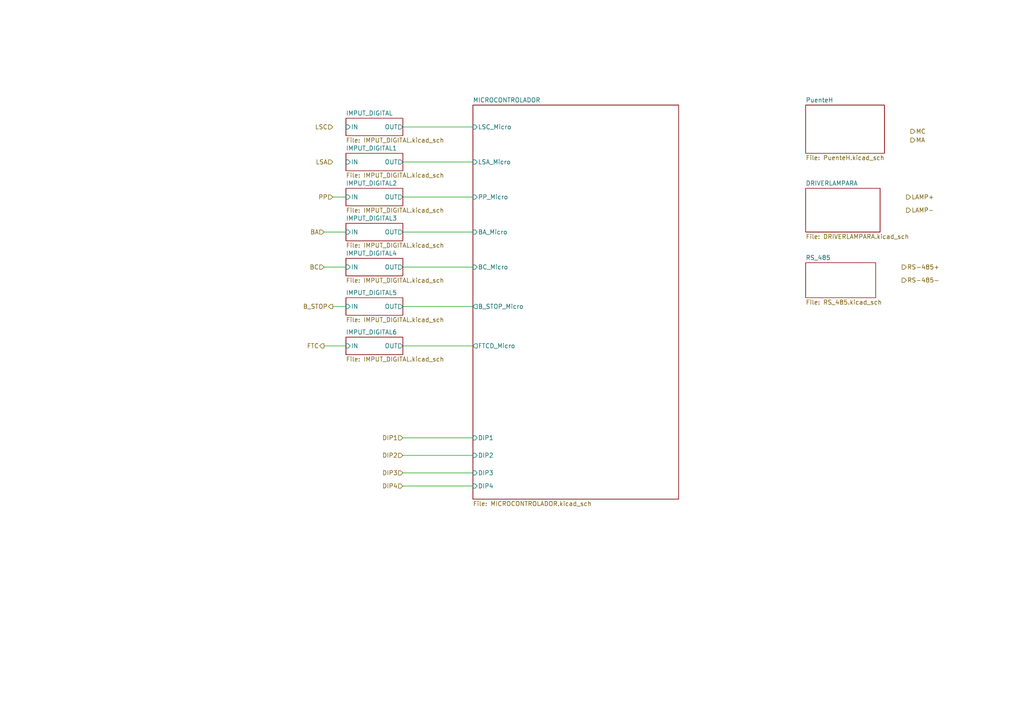
<source format=kicad_sch>
(kicad_sch
	(version 20250114)
	(generator "eeschema")
	(generator_version "9.0")
	(uuid "125be472-6ce1-47bb-a5ae-257a216a6d21")
	(paper "A4")
	(lib_symbols)
	(wire
		(pts
			(xy 116.84 140.97) (xy 137.16 140.97)
		)
		(stroke
			(width 0)
			(type default)
		)
		(uuid "082f1f22-574c-4537-844a-de7404266044")
	)
	(wire
		(pts
			(xy 116.84 57.15) (xy 137.16 57.15)
		)
		(stroke
			(width 0)
			(type default)
		)
		(uuid "3209dce7-7037-4eec-bd00-0b64e11cad3b")
	)
	(wire
		(pts
			(xy 116.84 127) (xy 137.16 127)
		)
		(stroke
			(width 0)
			(type default)
		)
		(uuid "4111cd65-9659-48f6-a699-f459c491517f")
	)
	(wire
		(pts
			(xy 116.84 132.08) (xy 137.16 132.08)
		)
		(stroke
			(width 0)
			(type default)
		)
		(uuid "636b5388-a337-4509-82d4-e647a82d316b")
	)
	(wire
		(pts
			(xy 96.52 88.9) (xy 100.33 88.9)
		)
		(stroke
			(width 0)
			(type default)
		)
		(uuid "69b34417-81b5-4f31-ab63-9e0bd46a95c9")
	)
	(wire
		(pts
			(xy 116.84 67.31) (xy 137.16 67.31)
		)
		(stroke
			(width 0)
			(type default)
		)
		(uuid "734d2886-f7ed-4f2a-9af1-4235cc861406")
	)
	(wire
		(pts
			(xy 116.84 36.83) (xy 137.16 36.83)
		)
		(stroke
			(width 0)
			(type default)
		)
		(uuid "818e7919-a546-47a3-992d-4396dd2347b8")
	)
	(wire
		(pts
			(xy 93.98 67.31) (xy 100.33 67.31)
		)
		(stroke
			(width 0)
			(type default)
		)
		(uuid "8a1412bc-446c-4306-8fc1-5e90c461a4d2")
	)
	(wire
		(pts
			(xy 93.98 100.33) (xy 100.33 100.33)
		)
		(stroke
			(width 0)
			(type default)
		)
		(uuid "a0c658cb-2b0f-463b-a648-7f7324b3ef0c")
	)
	(wire
		(pts
			(xy 116.84 46.99) (xy 137.16 46.99)
		)
		(stroke
			(width 0)
			(type default)
		)
		(uuid "a94c3b13-2882-46ba-90da-0785e45d1ee1")
	)
	(wire
		(pts
			(xy 116.84 137.16) (xy 137.16 137.16)
		)
		(stroke
			(width 0)
			(type default)
		)
		(uuid "b778a744-d2af-4773-a8fb-4d8d651011cc")
	)
	(wire
		(pts
			(xy 96.52 57.15) (xy 100.33 57.15)
		)
		(stroke
			(width 0)
			(type default)
		)
		(uuid "c8041a06-0ac0-4ae6-823a-bcfb3aad6ceb")
	)
	(wire
		(pts
			(xy 116.84 77.47) (xy 137.16 77.47)
		)
		(stroke
			(width 0)
			(type default)
		)
		(uuid "d014bf33-0ce5-45e3-8b54-ec7288fde951")
	)
	(wire
		(pts
			(xy 93.98 77.47) (xy 100.33 77.47)
		)
		(stroke
			(width 0)
			(type default)
		)
		(uuid "d33385fd-ddfe-433d-a99c-f17c2a809390")
	)
	(wire
		(pts
			(xy 116.84 100.33) (xy 137.16 100.33)
		)
		(stroke
			(width 0)
			(type default)
		)
		(uuid "d37871fd-7cd0-4a7b-9bd5-80e526de6a26")
	)
	(wire
		(pts
			(xy 116.84 88.9) (xy 137.16 88.9)
		)
		(stroke
			(width 0)
			(type default)
		)
		(uuid "f7f6f29b-2d80-4488-a670-00186b0f9a32")
	)
	(hierarchical_label "MA"
		(shape output)
		(at 264.16 40.64 0)
		(effects
			(font
				(size 1.27 1.27)
			)
			(justify left)
		)
		(uuid "01984ad3-90db-44e8-8fc7-7c5163a50a8c")
	)
	(hierarchical_label "LSA"
		(shape input)
		(at 96.52 46.99 180)
		(effects
			(font
				(size 1.27 1.27)
			)
			(justify right)
		)
		(uuid "38fae196-df2f-43ac-9183-467a0910ad07")
	)
	(hierarchical_label "RS-485+"
		(shape output)
		(at 261.62 77.47 0)
		(effects
			(font
				(size 1.27 1.27)
			)
			(justify left)
		)
		(uuid "39a95ebe-905f-4038-b15a-8349ebedde9c")
	)
	(hierarchical_label "BA"
		(shape input)
		(at 93.98 67.31 180)
		(effects
			(font
				(size 1.27 1.27)
			)
			(justify right)
		)
		(uuid "534b08ef-b9fa-42fc-812c-405ae710f796")
	)
	(hierarchical_label "FTC"
		(shape output)
		(at 93.98 100.33 180)
		(effects
			(font
				(size 1.27 1.27)
			)
			(justify right)
		)
		(uuid "5fb6166c-5db6-4f8b-b349-517db58d5b00")
	)
	(hierarchical_label "PP"
		(shape input)
		(at 96.52 57.15 180)
		(effects
			(font
				(size 1.27 1.27)
			)
			(justify right)
		)
		(uuid "60ecac7d-0ceb-42c2-8a4b-27626fc5e042")
	)
	(hierarchical_label "BC"
		(shape input)
		(at 93.98 77.47 180)
		(effects
			(font
				(size 1.27 1.27)
			)
			(justify right)
		)
		(uuid "611e6532-179f-41da-bdc7-825578212f7c")
	)
	(hierarchical_label "LAMP+"
		(shape output)
		(at 262.89 57.15 0)
		(effects
			(font
				(size 1.27 1.27)
			)
			(justify left)
		)
		(uuid "8df5b2d4-bb4d-417b-8cff-820acd7d91d2")
	)
	(hierarchical_label "DIP4"
		(shape input)
		(at 116.84 140.97 180)
		(effects
			(font
				(size 1.27 1.27)
			)
			(justify right)
		)
		(uuid "969de5b4-005e-46ef-a95f-b005eb44af54")
	)
	(hierarchical_label "B_STOP"
		(shape output)
		(at 96.52 88.9 180)
		(effects
			(font
				(size 1.27 1.27)
			)
			(justify right)
		)
		(uuid "96dd9217-6af7-44db-9a8a-82cc3ccd443a")
	)
	(hierarchical_label "RS-485-"
		(shape output)
		(at 261.62 81.28 0)
		(effects
			(font
				(size 1.27 1.27)
			)
			(justify left)
		)
		(uuid "aa6342be-3c94-4574-acf0-d34431d1937b")
	)
	(hierarchical_label "DIP1"
		(shape input)
		(at 116.84 127 180)
		(effects
			(font
				(size 1.27 1.27)
			)
			(justify right)
		)
		(uuid "c0aef41f-a6c9-4403-ae4d-f71738a80689")
	)
	(hierarchical_label "MC"
		(shape output)
		(at 264.16 38.1 0)
		(effects
			(font
				(size 1.27 1.27)
			)
			(justify left)
		)
		(uuid "cae90ff5-5f2d-4ba5-b722-a65aa10d4bdf")
	)
	(hierarchical_label "LSC"
		(shape input)
		(at 96.52 36.83 180)
		(effects
			(font
				(size 1.27 1.27)
			)
			(justify right)
		)
		(uuid "e06a21b0-cad7-41c9-bbe7-6be12c1a3298")
	)
	(hierarchical_label "LAMP-"
		(shape output)
		(at 262.89 60.96 0)
		(effects
			(font
				(size 1.27 1.27)
			)
			(justify left)
		)
		(uuid "e69fa928-8844-49ce-bbb0-9468a1dd6765")
	)
	(hierarchical_label "DIP2"
		(shape input)
		(at 116.84 132.08 180)
		(effects
			(font
				(size 1.27 1.27)
			)
			(justify right)
		)
		(uuid "f1ce4520-c4d7-41ec-adce-481a062f7d3a")
	)
	(hierarchical_label "DIP3"
		(shape input)
		(at 116.84 137.16 180)
		(effects
			(font
				(size 1.27 1.27)
			)
			(justify right)
		)
		(uuid "fdfeacd5-26c0-4678-a5f3-25e81203f536")
	)
	(sheet
		(at 100.33 97.79)
		(size 16.51 5.08)
		(exclude_from_sim no)
		(in_bom yes)
		(on_board yes)
		(dnp no)
		(fields_autoplaced yes)
		(stroke
			(width 0.1524)
			(type solid)
		)
		(fill
			(color 0 0 0 0.0000)
		)
		(uuid "10f09ed7-693a-422a-b824-506b4c33d1e0")
		(property "Sheetname" "IMPUT_DIGITAL6"
			(at 100.33 97.0784 0)
			(effects
				(font
					(size 1.27 1.27)
				)
				(justify left bottom)
			)
		)
		(property "Sheetfile" "IMPUT_DIGITAL.kicad_sch"
			(at 100.33 103.4546 0)
			(effects
				(font
					(size 1.27 1.27)
				)
				(justify left top)
			)
		)
		(pin "IN" input
			(at 100.33 100.33 180)
			(uuid "fd703d49-da0a-4dfe-a766-05bffb12febf")
			(effects
				(font
					(size 1.27 1.27)
				)
				(justify left)
			)
		)
		(pin "OUT" output
			(at 116.84 100.33 0)
			(uuid "d499ee46-346d-46e3-ade2-c757f3ac13d2")
			(effects
				(font
					(size 1.27 1.27)
				)
				(justify right)
			)
		)
		(instances
			(project "micro autodoor"
				(path "/3dc9151e-2269-486b-a333-294da30e5c12/89682661-a5af-4e01-91f4-ddf79f61a74f"
					(page "9")
				)
			)
		)
	)
	(sheet
		(at 100.33 64.77)
		(size 16.51 5.08)
		(exclude_from_sim no)
		(in_bom yes)
		(on_board yes)
		(dnp no)
		(fields_autoplaced yes)
		(stroke
			(width 0.1524)
			(type solid)
		)
		(fill
			(color 0 0 0 0.0000)
		)
		(uuid "280196e7-bfd2-46e2-9d5b-e8ef8fc11310")
		(property "Sheetname" "IMPUT_DIGITAL3"
			(at 100.33 64.0584 0)
			(effects
				(font
					(size 1.27 1.27)
				)
				(justify left bottom)
			)
		)
		(property "Sheetfile" "IMPUT_DIGITAL.kicad_sch"
			(at 100.33 70.4346 0)
			(effects
				(font
					(size 1.27 1.27)
				)
				(justify left top)
			)
		)
		(pin "IN" input
			(at 100.33 67.31 180)
			(uuid "3fb8d794-16d9-4959-a473-ec9fa201e6bf")
			(effects
				(font
					(size 1.27 1.27)
				)
				(justify left)
			)
		)
		(pin "OUT" output
			(at 116.84 67.31 0)
			(uuid "e9aac15d-c2cd-4848-bc0b-1d5535b06d70")
			(effects
				(font
					(size 1.27 1.27)
				)
				(justify right)
			)
		)
		(instances
			(project "micro autodoor"
				(path "/3dc9151e-2269-486b-a333-294da30e5c12/89682661-a5af-4e01-91f4-ddf79f61a74f"
					(page "6")
				)
			)
		)
	)
	(sheet
		(at 233.68 30.48)
		(size 22.86 13.97)
		(exclude_from_sim no)
		(in_bom yes)
		(on_board yes)
		(dnp no)
		(fields_autoplaced yes)
		(stroke
			(width 0.1524)
			(type solid)
		)
		(fill
			(color 0 0 0 0.0000)
		)
		(uuid "34b9efe2-5197-45fb-b29e-a1fd544c7eca")
		(property "Sheetname" "PuenteH"
			(at 233.68 29.7684 0)
			(effects
				(font
					(size 1.27 1.27)
				)
				(justify left bottom)
			)
		)
		(property "Sheetfile" "PuenteH.kicad_sch"
			(at 233.68 45.0346 0)
			(effects
				(font
					(size 1.27 1.27)
				)
				(justify left top)
			)
		)
		(instances
			(project "micro autodoor"
				(path "/3dc9151e-2269-486b-a333-294da30e5c12/89682661-a5af-4e01-91f4-ddf79f61a74f"
					(page "14")
				)
			)
		)
	)
	(sheet
		(at 100.33 34.29)
		(size 16.51 5.08)
		(exclude_from_sim no)
		(in_bom yes)
		(on_board yes)
		(dnp no)
		(fields_autoplaced yes)
		(stroke
			(width 0.1524)
			(type solid)
		)
		(fill
			(color 0 0 0 0.0000)
		)
		(uuid "68f2909c-a073-4cd8-9035-4f8f97470463")
		(property "Sheetname" "IMPUT_DIGITAL"
			(at 100.33 33.5784 0)
			(effects
				(font
					(size 1.27 1.27)
				)
				(justify left bottom)
			)
		)
		(property "Sheetfile" "IMPUT_DIGITAL.kicad_sch"
			(at 100.33 39.9546 0)
			(effects
				(font
					(size 1.27 1.27)
				)
				(justify left top)
			)
		)
		(pin "IN" input
			(at 100.33 36.83 180)
			(uuid "5678722b-de2d-45b3-8b92-e5128fda0c99")
			(effects
				(font
					(size 1.27 1.27)
				)
				(justify left)
			)
		)
		(pin "OUT" output
			(at 116.84 36.83 0)
			(uuid "dff5a509-158b-4d8b-aa8d-8cafc599e2a9")
			(effects
				(font
					(size 1.27 1.27)
				)
				(justify right)
			)
		)
		(instances
			(project "micro autodoor"
				(path "/3dc9151e-2269-486b-a333-294da30e5c12/89682661-a5af-4e01-91f4-ddf79f61a74f"
					(page "3")
				)
			)
		)
	)
	(sheet
		(at 137.16 30.48)
		(size 59.69 114.3)
		(exclude_from_sim no)
		(in_bom yes)
		(on_board yes)
		(dnp no)
		(fields_autoplaced yes)
		(stroke
			(width 0.1524)
			(type solid)
		)
		(fill
			(color 0 0 0 0.0000)
		)
		(uuid "789938ee-f788-44c7-ba63-cd968574ee84")
		(property "Sheetname" "MICROCONTROLADOR"
			(at 137.16 29.7684 0)
			(effects
				(font
					(size 1.27 1.27)
				)
				(justify left bottom)
			)
		)
		(property "Sheetfile" "MICROCONTROLADOR.kicad_sch"
			(at 137.16 145.3646 0)
			(effects
				(font
					(size 1.27 1.27)
				)
				(justify left top)
			)
		)
		(pin "DIP1" input
			(at 137.16 127 180)
			(uuid "2a42820a-4a0c-425c-8c54-8af59ccd164d")
			(effects
				(font
					(size 1.27 1.27)
				)
				(justify left)
			)
		)
		(pin "DIP2" input
			(at 137.16 132.08 180)
			(uuid "f8199478-4a29-4f34-8cb8-bd8cfe757aac")
			(effects
				(font
					(size 1.27 1.27)
				)
				(justify left)
			)
		)
		(pin "DIP3" input
			(at 137.16 137.16 180)
			(uuid "f43177d4-39d0-4de3-bf29-8616d155d66c")
			(effects
				(font
					(size 1.27 1.27)
				)
				(justify left)
			)
		)
		(pin "DIP4" input
			(at 137.16 140.97 180)
			(uuid "eda5270e-6c3c-4cb5-bd4e-b464b15be694")
			(effects
				(font
					(size 1.27 1.27)
				)
				(justify left)
			)
		)
		(pin "BA_Micro" input
			(at 137.16 67.31 180)
			(uuid "369496d5-51ac-4497-8026-682e8245aa36")
			(effects
				(font
					(size 1.27 1.27)
				)
				(justify left)
			)
		)
		(pin "BC_Micro" input
			(at 137.16 77.47 180)
			(uuid "f58f4b1f-f2ff-4dd1-9f6a-a8bb974e69a7")
			(effects
				(font
					(size 1.27 1.27)
				)
				(justify left)
			)
		)
		(pin "B_STOP_Micro" output
			(at 137.16 88.9 180)
			(uuid "0ba7218b-9d13-4a6b-8a4c-1941b222e9bc")
			(effects
				(font
					(size 1.27 1.27)
				)
				(justify left)
			)
		)
		(pin "FTCD_Micro" output
			(at 137.16 100.33 180)
			(uuid "44406924-f437-4ef8-8a3d-da91cd5399b8")
			(effects
				(font
					(size 1.27 1.27)
				)
				(justify left)
			)
		)
		(pin "LSA_Micro" input
			(at 137.16 46.99 180)
			(uuid "ae383517-d8a4-4a57-b097-f77d68e9b71f")
			(effects
				(font
					(size 1.27 1.27)
				)
				(justify left)
			)
		)
		(pin "LSC_Micro" input
			(at 137.16 36.83 180)
			(uuid "5effdbff-ddad-4644-a4be-3f8d9493c228")
			(effects
				(font
					(size 1.27 1.27)
				)
				(justify left)
			)
		)
		(pin "PP_Micro" input
			(at 137.16 57.15 180)
			(uuid "f77f20a1-9794-4c82-90e7-bbc84c7a75af")
			(effects
				(font
					(size 1.27 1.27)
				)
				(justify left)
			)
		)
		(instances
			(project "micro autodoor"
				(path "/3dc9151e-2269-486b-a333-294da30e5c12/89682661-a5af-4e01-91f4-ddf79f61a74f"
					(page "12")
				)
			)
		)
	)
	(sheet
		(at 100.33 74.93)
		(size 16.51 5.08)
		(exclude_from_sim no)
		(in_bom yes)
		(on_board yes)
		(dnp no)
		(fields_autoplaced yes)
		(stroke
			(width 0.1524)
			(type solid)
		)
		(fill
			(color 0 0 0 0.0000)
		)
		(uuid "7bb098ed-5d2e-4361-9d1c-db115631761f")
		(property "Sheetname" "IMPUT_DIGITAL4"
			(at 100.33 74.2184 0)
			(effects
				(font
					(size 1.27 1.27)
				)
				(justify left bottom)
			)
		)
		(property "Sheetfile" "IMPUT_DIGITAL.kicad_sch"
			(at 100.33 80.5946 0)
			(effects
				(font
					(size 1.27 1.27)
				)
				(justify left top)
			)
		)
		(pin "IN" input
			(at 100.33 77.47 180)
			(uuid "27b1be8b-6f48-455a-836b-ef844ff3f74b")
			(effects
				(font
					(size 1.27 1.27)
				)
				(justify left)
			)
		)
		(pin "OUT" output
			(at 116.84 77.47 0)
			(uuid "d48bcb99-bd5d-47c1-b366-d49628927cf2")
			(effects
				(font
					(size 1.27 1.27)
				)
				(justify right)
			)
		)
		(instances
			(project "micro autodoor"
				(path "/3dc9151e-2269-486b-a333-294da30e5c12/89682661-a5af-4e01-91f4-ddf79f61a74f"
					(page "7")
				)
			)
		)
	)
	(sheet
		(at 100.33 44.45)
		(size 16.51 5.08)
		(exclude_from_sim no)
		(in_bom yes)
		(on_board yes)
		(dnp no)
		(fields_autoplaced yes)
		(stroke
			(width 0.1524)
			(type solid)
		)
		(fill
			(color 0 0 0 0.0000)
		)
		(uuid "982a2068-76fe-4876-8e52-502bb200b2e6")
		(property "Sheetname" "IMPUT_DIGITAL1"
			(at 100.33 43.7384 0)
			(effects
				(font
					(size 1.27 1.27)
				)
				(justify left bottom)
			)
		)
		(property "Sheetfile" "IMPUT_DIGITAL.kicad_sch"
			(at 100.33 50.1146 0)
			(effects
				(font
					(size 1.27 1.27)
				)
				(justify left top)
			)
		)
		(pin "IN" input
			(at 100.33 46.99 180)
			(uuid "510f6591-4a14-421c-82e0-f4406fbae833")
			(effects
				(font
					(size 1.27 1.27)
				)
				(justify left)
			)
		)
		(pin "OUT" output
			(at 116.84 46.99 0)
			(uuid "2543113a-78c0-409e-a867-6106ad4e65a0")
			(effects
				(font
					(size 1.27 1.27)
				)
				(justify right)
			)
		)
		(instances
			(project "micro autodoor"
				(path "/3dc9151e-2269-486b-a333-294da30e5c12/89682661-a5af-4e01-91f4-ddf79f61a74f"
					(page "4")
				)
			)
		)
	)
	(sheet
		(at 100.33 54.61)
		(size 16.51 5.08)
		(exclude_from_sim no)
		(in_bom yes)
		(on_board yes)
		(dnp no)
		(fields_autoplaced yes)
		(stroke
			(width 0.1524)
			(type solid)
		)
		(fill
			(color 0 0 0 0.0000)
		)
		(uuid "a7a9956c-f0a9-4651-94f3-fdad442f5e6f")
		(property "Sheetname" "IMPUT_DIGITAL2"
			(at 100.33 53.8984 0)
			(effects
				(font
					(size 1.27 1.27)
				)
				(justify left bottom)
			)
		)
		(property "Sheetfile" "IMPUT_DIGITAL.kicad_sch"
			(at 100.33 60.2746 0)
			(effects
				(font
					(size 1.27 1.27)
				)
				(justify left top)
			)
		)
		(pin "IN" input
			(at 100.33 57.15 180)
			(uuid "4828c7ab-e696-4dfb-8a35-e53074c9fdc9")
			(effects
				(font
					(size 1.27 1.27)
				)
				(justify left)
			)
		)
		(pin "OUT" output
			(at 116.84 57.15 0)
			(uuid "a14432ca-8f7f-487a-a3f0-5984eb5cfcad")
			(effects
				(font
					(size 1.27 1.27)
				)
				(justify right)
			)
		)
		(instances
			(project "micro autodoor"
				(path "/3dc9151e-2269-486b-a333-294da30e5c12/89682661-a5af-4e01-91f4-ddf79f61a74f"
					(page "5")
				)
			)
		)
	)
	(sheet
		(at 233.68 76.2)
		(size 20.32 10.16)
		(exclude_from_sim no)
		(in_bom yes)
		(on_board yes)
		(dnp no)
		(fields_autoplaced yes)
		(stroke
			(width 0.1524)
			(type solid)
		)
		(fill
			(color 0 0 0 0.0000)
		)
		(uuid "d5207355-d6cf-4380-8f7b-ff2e5dddf18c")
		(property "Sheetname" "RS_485"
			(at 233.68 75.4884 0)
			(effects
				(font
					(size 1.27 1.27)
				)
				(justify left bottom)
			)
		)
		(property "Sheetfile" "RS_485.kicad_sch"
			(at 233.68 86.9446 0)
			(effects
				(font
					(size 1.27 1.27)
				)
				(justify left top)
			)
		)
		(instances
			(project "micro autodoor"
				(path "/3dc9151e-2269-486b-a333-294da30e5c12/89682661-a5af-4e01-91f4-ddf79f61a74f"
					(page "16")
				)
			)
		)
	)
	(sheet
		(at 100.33 86.36)
		(size 16.51 5.08)
		(exclude_from_sim no)
		(in_bom yes)
		(on_board yes)
		(dnp no)
		(fields_autoplaced yes)
		(stroke
			(width 0.1524)
			(type solid)
		)
		(fill
			(color 0 0 0 0.0000)
		)
		(uuid "e70f0072-eaa2-4acf-a491-094f5ef4b0fa")
		(property "Sheetname" "IMPUT_DIGITAL5"
			(at 100.33 85.6484 0)
			(effects
				(font
					(size 1.27 1.27)
				)
				(justify left bottom)
			)
		)
		(property "Sheetfile" "IMPUT_DIGITAL.kicad_sch"
			(at 100.33 92.0246 0)
			(effects
				(font
					(size 1.27 1.27)
				)
				(justify left top)
			)
		)
		(pin "IN" input
			(at 100.33 88.9 180)
			(uuid "05598b8f-e05a-4280-a382-86c119e835bc")
			(effects
				(font
					(size 1.27 1.27)
				)
				(justify left)
			)
		)
		(pin "OUT" output
			(at 116.84 88.9 0)
			(uuid "f1ee771c-f550-47b7-a3e1-30d90c3fa3a5")
			(effects
				(font
					(size 1.27 1.27)
				)
				(justify right)
			)
		)
		(instances
			(project "micro autodoor"
				(path "/3dc9151e-2269-486b-a333-294da30e5c12/89682661-a5af-4e01-91f4-ddf79f61a74f"
					(page "8")
				)
			)
		)
	)
	(sheet
		(at 233.68 54.61)
		(size 21.59 12.7)
		(exclude_from_sim no)
		(in_bom yes)
		(on_board yes)
		(dnp no)
		(fields_autoplaced yes)
		(stroke
			(width 0.1524)
			(type solid)
		)
		(fill
			(color 0 0 0 0.0000)
		)
		(uuid "fb1be6a2-1904-4e68-857b-dfbe4dd02f87")
		(property "Sheetname" "DRIVERLAMPARA"
			(at 233.68 53.8984 0)
			(effects
				(font
					(size 1.27 1.27)
				)
				(justify left bottom)
			)
		)
		(property "Sheetfile" "DRIVERLAMPARA.kicad_sch"
			(at 233.68 67.8946 0)
			(effects
				(font
					(size 1.27 1.27)
				)
				(justify left top)
			)
		)
		(instances
			(project "micro autodoor"
				(path "/3dc9151e-2269-486b-a333-294da30e5c12/89682661-a5af-4e01-91f4-ddf79f61a74f"
					(page "15")
				)
			)
		)
	)
)

</source>
